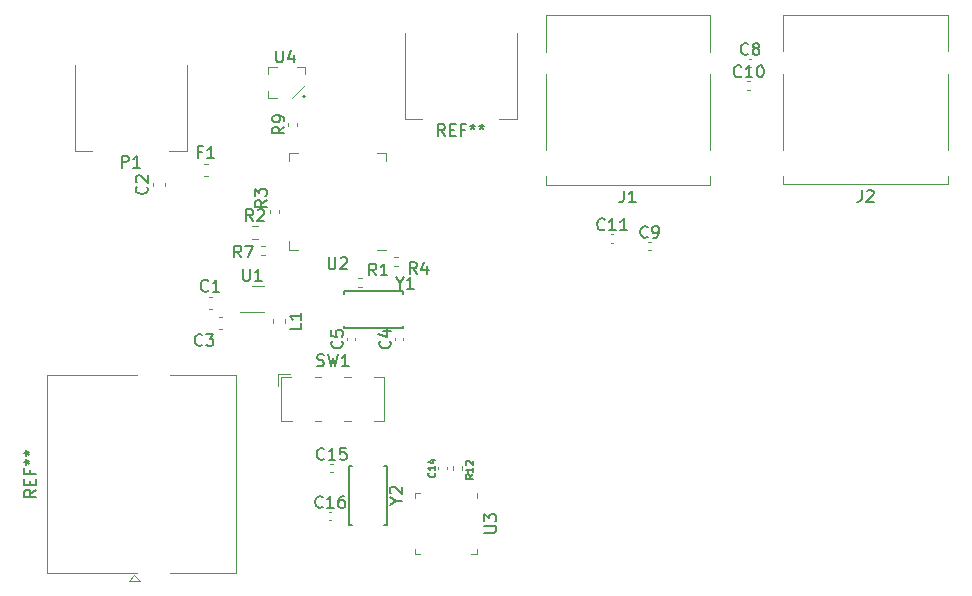
<source format=gto>
%TF.GenerationSoftware,KiCad,Pcbnew,(6.99.0-818-g79c7d55a40)*%
%TF.CreationDate,2022-02-15T05:40:37+08:00*%
%TF.ProjectId,Project,50726f6a-6563-4742-9e6b-696361645f70,rev?*%
%TF.SameCoordinates,Original*%
%TF.FileFunction,Legend,Top*%
%TF.FilePolarity,Positive*%
%FSLAX46Y46*%
G04 Gerber Fmt 4.6, Leading zero omitted, Abs format (unit mm)*
G04 Created by KiCad (PCBNEW (6.99.0-818-g79c7d55a40)) date 2022-02-15 05:40:37*
%MOMM*%
%LPD*%
G01*
G04 APERTURE LIST*
%ADD10C,0.150000*%
%ADD11C,0.120000*%
%ADD12C,0.200000*%
G04 APERTURE END LIST*
D10*
%TO.C,REF\u002A\u002A*%
X47561666Y-24211380D02*
X47228333Y-23735190D01*
X46990238Y-24211380D02*
X46990238Y-23211380D01*
X46990238Y-23211380D02*
X47371190Y-23211380D01*
X47371190Y-23211380D02*
X47466428Y-23259000D01*
X47466428Y-23259000D02*
X47514047Y-23306619D01*
X47514047Y-23306619D02*
X47561666Y-23401857D01*
X47561666Y-23401857D02*
X47561666Y-23544714D01*
X47561666Y-23544714D02*
X47514047Y-23639952D01*
X47514047Y-23639952D02*
X47466428Y-23687571D01*
X47466428Y-23687571D02*
X47371190Y-23735190D01*
X47371190Y-23735190D02*
X46990238Y-23735190D01*
X47990238Y-23687571D02*
X48323571Y-23687571D01*
X48466428Y-24211380D02*
X47990238Y-24211380D01*
X47990238Y-24211380D02*
X47990238Y-23211380D01*
X47990238Y-23211380D02*
X48466428Y-23211380D01*
X49228333Y-23687571D02*
X48895000Y-23687571D01*
X48895000Y-24211380D02*
X48895000Y-23211380D01*
X48895000Y-23211380D02*
X49371190Y-23211380D01*
X49895000Y-23211380D02*
X49895000Y-23449476D01*
X49656905Y-23354238D02*
X49895000Y-23449476D01*
X49895000Y-23449476D02*
X50133095Y-23354238D01*
X49752143Y-23639952D02*
X49895000Y-23449476D01*
X49895000Y-23449476D02*
X50037857Y-23639952D01*
X50656905Y-23211380D02*
X50656905Y-23449476D01*
X50418810Y-23354238D02*
X50656905Y-23449476D01*
X50656905Y-23449476D02*
X50895000Y-23354238D01*
X50514048Y-23639952D02*
X50656905Y-23449476D01*
X50656905Y-23449476D02*
X50799762Y-23639952D01*
%TO.C,C8*%
X73239333Y-17231142D02*
X73191714Y-17278761D01*
X73191714Y-17278761D02*
X73048857Y-17326380D01*
X73048857Y-17326380D02*
X72953619Y-17326380D01*
X72953619Y-17326380D02*
X72810762Y-17278761D01*
X72810762Y-17278761D02*
X72715524Y-17183523D01*
X72715524Y-17183523D02*
X72667905Y-17088285D01*
X72667905Y-17088285D02*
X72620286Y-16897809D01*
X72620286Y-16897809D02*
X72620286Y-16754952D01*
X72620286Y-16754952D02*
X72667905Y-16564476D01*
X72667905Y-16564476D02*
X72715524Y-16469238D01*
X72715524Y-16469238D02*
X72810762Y-16374000D01*
X72810762Y-16374000D02*
X72953619Y-16326380D01*
X72953619Y-16326380D02*
X73048857Y-16326380D01*
X73048857Y-16326380D02*
X73191714Y-16374000D01*
X73191714Y-16374000D02*
X73239333Y-16421619D01*
X73810762Y-16754952D02*
X73715524Y-16707333D01*
X73715524Y-16707333D02*
X73667905Y-16659714D01*
X73667905Y-16659714D02*
X73620286Y-16564476D01*
X73620286Y-16564476D02*
X73620286Y-16516857D01*
X73620286Y-16516857D02*
X73667905Y-16421619D01*
X73667905Y-16421619D02*
X73715524Y-16374000D01*
X73715524Y-16374000D02*
X73810762Y-16326380D01*
X73810762Y-16326380D02*
X74001238Y-16326380D01*
X74001238Y-16326380D02*
X74096476Y-16374000D01*
X74096476Y-16374000D02*
X74144095Y-16421619D01*
X74144095Y-16421619D02*
X74191714Y-16516857D01*
X74191714Y-16516857D02*
X74191714Y-16564476D01*
X74191714Y-16564476D02*
X74144095Y-16659714D01*
X74144095Y-16659714D02*
X74096476Y-16707333D01*
X74096476Y-16707333D02*
X74001238Y-16754952D01*
X74001238Y-16754952D02*
X73810762Y-16754952D01*
X73810762Y-16754952D02*
X73715524Y-16802571D01*
X73715524Y-16802571D02*
X73667905Y-16850190D01*
X73667905Y-16850190D02*
X73620286Y-16945428D01*
X73620286Y-16945428D02*
X73620286Y-17135904D01*
X73620286Y-17135904D02*
X73667905Y-17231142D01*
X73667905Y-17231142D02*
X73715524Y-17278761D01*
X73715524Y-17278761D02*
X73810762Y-17326380D01*
X73810762Y-17326380D02*
X74001238Y-17326380D01*
X74001238Y-17326380D02*
X74096476Y-17278761D01*
X74096476Y-17278761D02*
X74144095Y-17231142D01*
X74144095Y-17231142D02*
X74191714Y-17135904D01*
X74191714Y-17135904D02*
X74191714Y-16945428D01*
X74191714Y-16945428D02*
X74144095Y-16850190D01*
X74144095Y-16850190D02*
X74096476Y-16802571D01*
X74096476Y-16802571D02*
X74001238Y-16754952D01*
%TO.C,C10*%
X72636142Y-19136142D02*
X72588523Y-19183761D01*
X72588523Y-19183761D02*
X72445666Y-19231380D01*
X72445666Y-19231380D02*
X72350428Y-19231380D01*
X72350428Y-19231380D02*
X72207571Y-19183761D01*
X72207571Y-19183761D02*
X72112333Y-19088523D01*
X72112333Y-19088523D02*
X72064714Y-18993285D01*
X72064714Y-18993285D02*
X72017095Y-18802809D01*
X72017095Y-18802809D02*
X72017095Y-18659952D01*
X72017095Y-18659952D02*
X72064714Y-18469476D01*
X72064714Y-18469476D02*
X72112333Y-18374238D01*
X72112333Y-18374238D02*
X72207571Y-18279000D01*
X72207571Y-18279000D02*
X72350428Y-18231380D01*
X72350428Y-18231380D02*
X72445666Y-18231380D01*
X72445666Y-18231380D02*
X72588523Y-18279000D01*
X72588523Y-18279000D02*
X72636142Y-18326619D01*
X73588523Y-19231380D02*
X73017095Y-19231380D01*
X73302809Y-19231380D02*
X73302809Y-18231380D01*
X73302809Y-18231380D02*
X73207571Y-18374238D01*
X73207571Y-18374238D02*
X73112333Y-18469476D01*
X73112333Y-18469476D02*
X73017095Y-18517095D01*
X74207571Y-18231380D02*
X74302809Y-18231380D01*
X74302809Y-18231380D02*
X74398047Y-18279000D01*
X74398047Y-18279000D02*
X74445666Y-18326619D01*
X74445666Y-18326619D02*
X74493285Y-18421857D01*
X74493285Y-18421857D02*
X74540904Y-18612333D01*
X74540904Y-18612333D02*
X74540904Y-18850428D01*
X74540904Y-18850428D02*
X74493285Y-19040904D01*
X74493285Y-19040904D02*
X74445666Y-19136142D01*
X74445666Y-19136142D02*
X74398047Y-19183761D01*
X74398047Y-19183761D02*
X74302809Y-19231380D01*
X74302809Y-19231380D02*
X74207571Y-19231380D01*
X74207571Y-19231380D02*
X74112333Y-19183761D01*
X74112333Y-19183761D02*
X74064714Y-19136142D01*
X74064714Y-19136142D02*
X74017095Y-19040904D01*
X74017095Y-19040904D02*
X73969476Y-18850428D01*
X73969476Y-18850428D02*
X73969476Y-18612333D01*
X73969476Y-18612333D02*
X74017095Y-18421857D01*
X74017095Y-18421857D02*
X74064714Y-18326619D01*
X74064714Y-18326619D02*
X74112333Y-18279000D01*
X74112333Y-18279000D02*
X74207571Y-18231380D01*
%TO.C,U4*%
X33274095Y-16978380D02*
X33274095Y-17787904D01*
X33274095Y-17787904D02*
X33321714Y-17883142D01*
X33321714Y-17883142D02*
X33369333Y-17930761D01*
X33369333Y-17930761D02*
X33464571Y-17978380D01*
X33464571Y-17978380D02*
X33655047Y-17978380D01*
X33655047Y-17978380D02*
X33750285Y-17930761D01*
X33750285Y-17930761D02*
X33797904Y-17883142D01*
X33797904Y-17883142D02*
X33845523Y-17787904D01*
X33845523Y-17787904D02*
X33845523Y-16978380D01*
X34750285Y-17311714D02*
X34750285Y-17978380D01*
X34512190Y-16930761D02*
X34274095Y-17645047D01*
X34274095Y-17645047D02*
X34893142Y-17645047D01*
%TO.C,U2*%
X37719095Y-34470380D02*
X37719095Y-35279904D01*
X37719095Y-35279904D02*
X37766714Y-35375142D01*
X37766714Y-35375142D02*
X37814333Y-35422761D01*
X37814333Y-35422761D02*
X37909571Y-35470380D01*
X37909571Y-35470380D02*
X38100047Y-35470380D01*
X38100047Y-35470380D02*
X38195285Y-35422761D01*
X38195285Y-35422761D02*
X38242904Y-35375142D01*
X38242904Y-35375142D02*
X38290523Y-35279904D01*
X38290523Y-35279904D02*
X38290523Y-34470380D01*
X38719095Y-34565619D02*
X38766714Y-34518000D01*
X38766714Y-34518000D02*
X38861952Y-34470380D01*
X38861952Y-34470380D02*
X39100047Y-34470380D01*
X39100047Y-34470380D02*
X39195285Y-34518000D01*
X39195285Y-34518000D02*
X39242904Y-34565619D01*
X39242904Y-34565619D02*
X39290523Y-34660857D01*
X39290523Y-34660857D02*
X39290523Y-34756095D01*
X39290523Y-34756095D02*
X39242904Y-34898952D01*
X39242904Y-34898952D02*
X38671476Y-35470380D01*
X38671476Y-35470380D02*
X39290523Y-35470380D01*
%TO.C,C16*%
X37203142Y-55585142D02*
X37155523Y-55632761D01*
X37155523Y-55632761D02*
X37012666Y-55680380D01*
X37012666Y-55680380D02*
X36917428Y-55680380D01*
X36917428Y-55680380D02*
X36774571Y-55632761D01*
X36774571Y-55632761D02*
X36679333Y-55537523D01*
X36679333Y-55537523D02*
X36631714Y-55442285D01*
X36631714Y-55442285D02*
X36584095Y-55251809D01*
X36584095Y-55251809D02*
X36584095Y-55108952D01*
X36584095Y-55108952D02*
X36631714Y-54918476D01*
X36631714Y-54918476D02*
X36679333Y-54823238D01*
X36679333Y-54823238D02*
X36774571Y-54728000D01*
X36774571Y-54728000D02*
X36917428Y-54680380D01*
X36917428Y-54680380D02*
X37012666Y-54680380D01*
X37012666Y-54680380D02*
X37155523Y-54728000D01*
X37155523Y-54728000D02*
X37203142Y-54775619D01*
X38155523Y-55680380D02*
X37584095Y-55680380D01*
X37869809Y-55680380D02*
X37869809Y-54680380D01*
X37869809Y-54680380D02*
X37774571Y-54823238D01*
X37774571Y-54823238D02*
X37679333Y-54918476D01*
X37679333Y-54918476D02*
X37584095Y-54966095D01*
X39012666Y-54680380D02*
X38822190Y-54680380D01*
X38822190Y-54680380D02*
X38726952Y-54728000D01*
X38726952Y-54728000D02*
X38679333Y-54775619D01*
X38679333Y-54775619D02*
X38584095Y-54918476D01*
X38584095Y-54918476D02*
X38536476Y-55108952D01*
X38536476Y-55108952D02*
X38536476Y-55489904D01*
X38536476Y-55489904D02*
X38584095Y-55585142D01*
X38584095Y-55585142D02*
X38631714Y-55632761D01*
X38631714Y-55632761D02*
X38726952Y-55680380D01*
X38726952Y-55680380D02*
X38917428Y-55680380D01*
X38917428Y-55680380D02*
X39012666Y-55632761D01*
X39012666Y-55632761D02*
X39060285Y-55585142D01*
X39060285Y-55585142D02*
X39107904Y-55489904D01*
X39107904Y-55489904D02*
X39107904Y-55251809D01*
X39107904Y-55251809D02*
X39060285Y-55156571D01*
X39060285Y-55156571D02*
X39012666Y-55108952D01*
X39012666Y-55108952D02*
X38917428Y-55061333D01*
X38917428Y-55061333D02*
X38726952Y-55061333D01*
X38726952Y-55061333D02*
X38631714Y-55108952D01*
X38631714Y-55108952D02*
X38584095Y-55156571D01*
X38584095Y-55156571D02*
X38536476Y-55251809D01*
%TO.C,C15*%
X37330142Y-51521142D02*
X37282523Y-51568761D01*
X37282523Y-51568761D02*
X37139666Y-51616380D01*
X37139666Y-51616380D02*
X37044428Y-51616380D01*
X37044428Y-51616380D02*
X36901571Y-51568761D01*
X36901571Y-51568761D02*
X36806333Y-51473523D01*
X36806333Y-51473523D02*
X36758714Y-51378285D01*
X36758714Y-51378285D02*
X36711095Y-51187809D01*
X36711095Y-51187809D02*
X36711095Y-51044952D01*
X36711095Y-51044952D02*
X36758714Y-50854476D01*
X36758714Y-50854476D02*
X36806333Y-50759238D01*
X36806333Y-50759238D02*
X36901571Y-50664000D01*
X36901571Y-50664000D02*
X37044428Y-50616380D01*
X37044428Y-50616380D02*
X37139666Y-50616380D01*
X37139666Y-50616380D02*
X37282523Y-50664000D01*
X37282523Y-50664000D02*
X37330142Y-50711619D01*
X38282523Y-51616380D02*
X37711095Y-51616380D01*
X37996809Y-51616380D02*
X37996809Y-50616380D01*
X37996809Y-50616380D02*
X37901571Y-50759238D01*
X37901571Y-50759238D02*
X37806333Y-50854476D01*
X37806333Y-50854476D02*
X37711095Y-50902095D01*
X39187285Y-50616380D02*
X38711095Y-50616380D01*
X38711095Y-50616380D02*
X38663476Y-51092571D01*
X38663476Y-51092571D02*
X38711095Y-51044952D01*
X38711095Y-51044952D02*
X38806333Y-50997333D01*
X38806333Y-50997333D02*
X39044428Y-50997333D01*
X39044428Y-50997333D02*
X39139666Y-51044952D01*
X39139666Y-51044952D02*
X39187285Y-51092571D01*
X39187285Y-51092571D02*
X39234904Y-51187809D01*
X39234904Y-51187809D02*
X39234904Y-51425904D01*
X39234904Y-51425904D02*
X39187285Y-51521142D01*
X39187285Y-51521142D02*
X39139666Y-51568761D01*
X39139666Y-51568761D02*
X39044428Y-51616380D01*
X39044428Y-51616380D02*
X38806333Y-51616380D01*
X38806333Y-51616380D02*
X38711095Y-51568761D01*
X38711095Y-51568761D02*
X38663476Y-51521142D01*
%TO.C,Y2*%
X43410190Y-55086190D02*
X43886380Y-55086190D01*
X42886380Y-55419523D02*
X43410190Y-55086190D01*
X43410190Y-55086190D02*
X42886380Y-54752857D01*
X42981619Y-54467142D02*
X42934000Y-54419523D01*
X42934000Y-54419523D02*
X42886380Y-54324285D01*
X42886380Y-54324285D02*
X42886380Y-54086190D01*
X42886380Y-54086190D02*
X42934000Y-53990952D01*
X42934000Y-53990952D02*
X42981619Y-53943333D01*
X42981619Y-53943333D02*
X43076857Y-53895714D01*
X43076857Y-53895714D02*
X43172095Y-53895714D01*
X43172095Y-53895714D02*
X43314952Y-53943333D01*
X43314952Y-53943333D02*
X43886380Y-54514761D01*
X43886380Y-54514761D02*
X43886380Y-53895714D01*
%TO.C,C14*%
X46696285Y-52709714D02*
X46724857Y-52738286D01*
X46724857Y-52738286D02*
X46753428Y-52824000D01*
X46753428Y-52824000D02*
X46753428Y-52881143D01*
X46753428Y-52881143D02*
X46724857Y-52966857D01*
X46724857Y-52966857D02*
X46667714Y-53024000D01*
X46667714Y-53024000D02*
X46610571Y-53052571D01*
X46610571Y-53052571D02*
X46496285Y-53081143D01*
X46496285Y-53081143D02*
X46410571Y-53081143D01*
X46410571Y-53081143D02*
X46296285Y-53052571D01*
X46296285Y-53052571D02*
X46239142Y-53024000D01*
X46239142Y-53024000D02*
X46182000Y-52966857D01*
X46182000Y-52966857D02*
X46153428Y-52881143D01*
X46153428Y-52881143D02*
X46153428Y-52824000D01*
X46153428Y-52824000D02*
X46182000Y-52738286D01*
X46182000Y-52738286D02*
X46210571Y-52709714D01*
X46753428Y-52138286D02*
X46753428Y-52481143D01*
X46753428Y-52309714D02*
X46153428Y-52309714D01*
X46153428Y-52309714D02*
X46239142Y-52366857D01*
X46239142Y-52366857D02*
X46296285Y-52424000D01*
X46296285Y-52424000D02*
X46324857Y-52481143D01*
X46353428Y-51624000D02*
X46753428Y-51624000D01*
X46124857Y-51766857D02*
X46553428Y-51909714D01*
X46553428Y-51909714D02*
X46553428Y-51538285D01*
%TO.C,U3*%
X50897380Y-57784904D02*
X51706904Y-57784904D01*
X51706904Y-57784904D02*
X51802142Y-57737285D01*
X51802142Y-57737285D02*
X51849761Y-57689666D01*
X51849761Y-57689666D02*
X51897380Y-57594428D01*
X51897380Y-57594428D02*
X51897380Y-57403952D01*
X51897380Y-57403952D02*
X51849761Y-57308714D01*
X51849761Y-57308714D02*
X51802142Y-57261095D01*
X51802142Y-57261095D02*
X51706904Y-57213476D01*
X51706904Y-57213476D02*
X50897380Y-57213476D01*
X50897380Y-56832523D02*
X50897380Y-56213476D01*
X50897380Y-56213476D02*
X51278333Y-56546809D01*
X51278333Y-56546809D02*
X51278333Y-56403952D01*
X51278333Y-56403952D02*
X51325952Y-56308714D01*
X51325952Y-56308714D02*
X51373571Y-56261095D01*
X51373571Y-56261095D02*
X51468809Y-56213476D01*
X51468809Y-56213476D02*
X51706904Y-56213476D01*
X51706904Y-56213476D02*
X51802142Y-56261095D01*
X51802142Y-56261095D02*
X51849761Y-56308714D01*
X51849761Y-56308714D02*
X51897380Y-56403952D01*
X51897380Y-56403952D02*
X51897380Y-56689666D01*
X51897380Y-56689666D02*
X51849761Y-56784904D01*
X51849761Y-56784904D02*
X51802142Y-56832523D01*
%TO.C,R12*%
X49928428Y-52863355D02*
X49642714Y-53063355D01*
X49928428Y-53206212D02*
X49328428Y-53206212D01*
X49328428Y-53206212D02*
X49328428Y-52977641D01*
X49328428Y-52977641D02*
X49357000Y-52920498D01*
X49357000Y-52920498D02*
X49385571Y-52891927D01*
X49385571Y-52891927D02*
X49442714Y-52863355D01*
X49442714Y-52863355D02*
X49528428Y-52863355D01*
X49528428Y-52863355D02*
X49585571Y-52891927D01*
X49585571Y-52891927D02*
X49614142Y-52920498D01*
X49614142Y-52920498D02*
X49642714Y-52977641D01*
X49642714Y-52977641D02*
X49642714Y-53206212D01*
X49928428Y-52291927D02*
X49928428Y-52634784D01*
X49928428Y-52463355D02*
X49328428Y-52463355D01*
X49328428Y-52463355D02*
X49414142Y-52520498D01*
X49414142Y-52520498D02*
X49471285Y-52577641D01*
X49471285Y-52577641D02*
X49499857Y-52634784D01*
X49385571Y-52063355D02*
X49357000Y-52034783D01*
X49357000Y-52034783D02*
X49328428Y-51977641D01*
X49328428Y-51977641D02*
X49328428Y-51834783D01*
X49328428Y-51834783D02*
X49357000Y-51777641D01*
X49357000Y-51777641D02*
X49385571Y-51749069D01*
X49385571Y-51749069D02*
X49442714Y-51720498D01*
X49442714Y-51720498D02*
X49499857Y-51720498D01*
X49499857Y-51720498D02*
X49585571Y-51749069D01*
X49585571Y-51749069D02*
X49928428Y-52091926D01*
X49928428Y-52091926D02*
X49928428Y-51720498D01*
%TO.C,R9*%
X33953380Y-23407666D02*
X33477190Y-23740999D01*
X33953380Y-23979094D02*
X32953380Y-23979094D01*
X32953380Y-23979094D02*
X32953380Y-23598142D01*
X32953380Y-23598142D02*
X33001000Y-23502904D01*
X33001000Y-23502904D02*
X33048619Y-23455285D01*
X33048619Y-23455285D02*
X33143857Y-23407666D01*
X33143857Y-23407666D02*
X33286714Y-23407666D01*
X33286714Y-23407666D02*
X33381952Y-23455285D01*
X33381952Y-23455285D02*
X33429571Y-23502904D01*
X33429571Y-23502904D02*
X33477190Y-23598142D01*
X33477190Y-23598142D02*
X33477190Y-23979094D01*
X33953380Y-22931475D02*
X33953380Y-22740999D01*
X33953380Y-22740999D02*
X33905761Y-22645761D01*
X33905761Y-22645761D02*
X33858142Y-22598142D01*
X33858142Y-22598142D02*
X33715285Y-22502904D01*
X33715285Y-22502904D02*
X33524809Y-22455285D01*
X33524809Y-22455285D02*
X33143857Y-22455285D01*
X33143857Y-22455285D02*
X33048619Y-22502904D01*
X33048619Y-22502904D02*
X33001000Y-22550523D01*
X33001000Y-22550523D02*
X32953380Y-22645761D01*
X32953380Y-22645761D02*
X32953380Y-22836237D01*
X32953380Y-22836237D02*
X33001000Y-22931475D01*
X33001000Y-22931475D02*
X33048619Y-22979094D01*
X33048619Y-22979094D02*
X33143857Y-23026713D01*
X33143857Y-23026713D02*
X33381952Y-23026713D01*
X33381952Y-23026713D02*
X33477190Y-22979094D01*
X33477190Y-22979094D02*
X33524809Y-22931475D01*
X33524809Y-22931475D02*
X33572428Y-22836237D01*
X33572428Y-22836237D02*
X33572428Y-22645761D01*
X33572428Y-22645761D02*
X33524809Y-22550523D01*
X33524809Y-22550523D02*
X33477190Y-22502904D01*
X33477190Y-22502904D02*
X33381952Y-22455285D01*
%TO.C,C9*%
X64730333Y-32725142D02*
X64682714Y-32772761D01*
X64682714Y-32772761D02*
X64539857Y-32820380D01*
X64539857Y-32820380D02*
X64444619Y-32820380D01*
X64444619Y-32820380D02*
X64301762Y-32772761D01*
X64301762Y-32772761D02*
X64206524Y-32677523D01*
X64206524Y-32677523D02*
X64158905Y-32582285D01*
X64158905Y-32582285D02*
X64111286Y-32391809D01*
X64111286Y-32391809D02*
X64111286Y-32248952D01*
X64111286Y-32248952D02*
X64158905Y-32058476D01*
X64158905Y-32058476D02*
X64206524Y-31963238D01*
X64206524Y-31963238D02*
X64301762Y-31868000D01*
X64301762Y-31868000D02*
X64444619Y-31820380D01*
X64444619Y-31820380D02*
X64539857Y-31820380D01*
X64539857Y-31820380D02*
X64682714Y-31868000D01*
X64682714Y-31868000D02*
X64730333Y-31915619D01*
X65206524Y-32820380D02*
X65397000Y-32820380D01*
X65397000Y-32820380D02*
X65492238Y-32772761D01*
X65492238Y-32772761D02*
X65539857Y-32725142D01*
X65539857Y-32725142D02*
X65635095Y-32582285D01*
X65635095Y-32582285D02*
X65682714Y-32391809D01*
X65682714Y-32391809D02*
X65682714Y-32010857D01*
X65682714Y-32010857D02*
X65635095Y-31915619D01*
X65635095Y-31915619D02*
X65587476Y-31868000D01*
X65587476Y-31868000D02*
X65492238Y-31820380D01*
X65492238Y-31820380D02*
X65301762Y-31820380D01*
X65301762Y-31820380D02*
X65206524Y-31868000D01*
X65206524Y-31868000D02*
X65158905Y-31915619D01*
X65158905Y-31915619D02*
X65111286Y-32010857D01*
X65111286Y-32010857D02*
X65111286Y-32248952D01*
X65111286Y-32248952D02*
X65158905Y-32344190D01*
X65158905Y-32344190D02*
X65206524Y-32391809D01*
X65206524Y-32391809D02*
X65301762Y-32439428D01*
X65301762Y-32439428D02*
X65492238Y-32439428D01*
X65492238Y-32439428D02*
X65587476Y-32391809D01*
X65587476Y-32391809D02*
X65635095Y-32344190D01*
X65635095Y-32344190D02*
X65682714Y-32248952D01*
%TO.C,C11*%
X61079142Y-32090142D02*
X61031523Y-32137761D01*
X61031523Y-32137761D02*
X60888666Y-32185380D01*
X60888666Y-32185380D02*
X60793428Y-32185380D01*
X60793428Y-32185380D02*
X60650571Y-32137761D01*
X60650571Y-32137761D02*
X60555333Y-32042523D01*
X60555333Y-32042523D02*
X60507714Y-31947285D01*
X60507714Y-31947285D02*
X60460095Y-31756809D01*
X60460095Y-31756809D02*
X60460095Y-31613952D01*
X60460095Y-31613952D02*
X60507714Y-31423476D01*
X60507714Y-31423476D02*
X60555333Y-31328238D01*
X60555333Y-31328238D02*
X60650571Y-31233000D01*
X60650571Y-31233000D02*
X60793428Y-31185380D01*
X60793428Y-31185380D02*
X60888666Y-31185380D01*
X60888666Y-31185380D02*
X61031523Y-31233000D01*
X61031523Y-31233000D02*
X61079142Y-31280619D01*
X62031523Y-32185380D02*
X61460095Y-32185380D01*
X61745809Y-32185380D02*
X61745809Y-31185380D01*
X61745809Y-31185380D02*
X61650571Y-31328238D01*
X61650571Y-31328238D02*
X61555333Y-31423476D01*
X61555333Y-31423476D02*
X61460095Y-31471095D01*
X62983904Y-32185380D02*
X62412476Y-32185380D01*
X62698190Y-32185380D02*
X62698190Y-31185380D01*
X62698190Y-31185380D02*
X62602952Y-31328238D01*
X62602952Y-31328238D02*
X62507714Y-31423476D01*
X62507714Y-31423476D02*
X62412476Y-31471095D01*
%TO.C,R7*%
X30313333Y-34488380D02*
X29980000Y-34012190D01*
X29741905Y-34488380D02*
X29741905Y-33488380D01*
X29741905Y-33488380D02*
X30122857Y-33488380D01*
X30122857Y-33488380D02*
X30218095Y-33536000D01*
X30218095Y-33536000D02*
X30265714Y-33583619D01*
X30265714Y-33583619D02*
X30313333Y-33678857D01*
X30313333Y-33678857D02*
X30313333Y-33821714D01*
X30313333Y-33821714D02*
X30265714Y-33916952D01*
X30265714Y-33916952D02*
X30218095Y-33964571D01*
X30218095Y-33964571D02*
X30122857Y-34012190D01*
X30122857Y-34012190D02*
X29741905Y-34012190D01*
X30646667Y-33488380D02*
X31313333Y-33488380D01*
X31313333Y-33488380D02*
X30884762Y-34488380D01*
%TO.C,R4*%
X45172333Y-35885380D02*
X44839000Y-35409190D01*
X44600905Y-35885380D02*
X44600905Y-34885380D01*
X44600905Y-34885380D02*
X44981857Y-34885380D01*
X44981857Y-34885380D02*
X45077095Y-34933000D01*
X45077095Y-34933000D02*
X45124714Y-34980619D01*
X45124714Y-34980619D02*
X45172333Y-35075857D01*
X45172333Y-35075857D02*
X45172333Y-35218714D01*
X45172333Y-35218714D02*
X45124714Y-35313952D01*
X45124714Y-35313952D02*
X45077095Y-35361571D01*
X45077095Y-35361571D02*
X44981857Y-35409190D01*
X44981857Y-35409190D02*
X44600905Y-35409190D01*
X46029476Y-35218714D02*
X46029476Y-35885380D01*
X45791381Y-34837761D02*
X45553286Y-35552047D01*
X45553286Y-35552047D02*
X46172333Y-35552047D01*
%TO.C,C4*%
X42885142Y-41568666D02*
X42932761Y-41616285D01*
X42932761Y-41616285D02*
X42980380Y-41759142D01*
X42980380Y-41759142D02*
X42980380Y-41854380D01*
X42980380Y-41854380D02*
X42932761Y-41997237D01*
X42932761Y-41997237D02*
X42837523Y-42092475D01*
X42837523Y-42092475D02*
X42742285Y-42140094D01*
X42742285Y-42140094D02*
X42551809Y-42187713D01*
X42551809Y-42187713D02*
X42408952Y-42187713D01*
X42408952Y-42187713D02*
X42218476Y-42140094D01*
X42218476Y-42140094D02*
X42123238Y-42092475D01*
X42123238Y-42092475D02*
X42028000Y-41997237D01*
X42028000Y-41997237D02*
X41980380Y-41854380D01*
X41980380Y-41854380D02*
X41980380Y-41759142D01*
X41980380Y-41759142D02*
X42028000Y-41616285D01*
X42028000Y-41616285D02*
X42075619Y-41568666D01*
X42313714Y-40711523D02*
X42980380Y-40711523D01*
X41932761Y-40949618D02*
X42647047Y-41187713D01*
X42647047Y-41187713D02*
X42647047Y-40568666D01*
%TO.C,C5*%
X38821142Y-41568666D02*
X38868761Y-41616285D01*
X38868761Y-41616285D02*
X38916380Y-41759142D01*
X38916380Y-41759142D02*
X38916380Y-41854380D01*
X38916380Y-41854380D02*
X38868761Y-41997237D01*
X38868761Y-41997237D02*
X38773523Y-42092475D01*
X38773523Y-42092475D02*
X38678285Y-42140094D01*
X38678285Y-42140094D02*
X38487809Y-42187713D01*
X38487809Y-42187713D02*
X38344952Y-42187713D01*
X38344952Y-42187713D02*
X38154476Y-42140094D01*
X38154476Y-42140094D02*
X38059238Y-42092475D01*
X38059238Y-42092475D02*
X37964000Y-41997237D01*
X37964000Y-41997237D02*
X37916380Y-41854380D01*
X37916380Y-41854380D02*
X37916380Y-41759142D01*
X37916380Y-41759142D02*
X37964000Y-41616285D01*
X37964000Y-41616285D02*
X38011619Y-41568666D01*
X37916380Y-40663904D02*
X37916380Y-41140094D01*
X37916380Y-41140094D02*
X38392571Y-41187713D01*
X38392571Y-41187713D02*
X38344952Y-41140094D01*
X38344952Y-41140094D02*
X38297333Y-41044856D01*
X38297333Y-41044856D02*
X38297333Y-40806761D01*
X38297333Y-40806761D02*
X38344952Y-40711523D01*
X38344952Y-40711523D02*
X38392571Y-40663904D01*
X38392571Y-40663904D02*
X38487809Y-40616285D01*
X38487809Y-40616285D02*
X38725904Y-40616285D01*
X38725904Y-40616285D02*
X38821142Y-40663904D01*
X38821142Y-40663904D02*
X38868761Y-40711523D01*
X38868761Y-40711523D02*
X38916380Y-40806761D01*
X38916380Y-40806761D02*
X38916380Y-41044856D01*
X38916380Y-41044856D02*
X38868761Y-41140094D01*
X38868761Y-41140094D02*
X38821142Y-41187713D01*
%TO.C,R1*%
X41743333Y-36012380D02*
X41410000Y-35536190D01*
X41171905Y-36012380D02*
X41171905Y-35012380D01*
X41171905Y-35012380D02*
X41552857Y-35012380D01*
X41552857Y-35012380D02*
X41648095Y-35060000D01*
X41648095Y-35060000D02*
X41695714Y-35107619D01*
X41695714Y-35107619D02*
X41743333Y-35202857D01*
X41743333Y-35202857D02*
X41743333Y-35345714D01*
X41743333Y-35345714D02*
X41695714Y-35440952D01*
X41695714Y-35440952D02*
X41648095Y-35488571D01*
X41648095Y-35488571D02*
X41552857Y-35536190D01*
X41552857Y-35536190D02*
X41171905Y-35536190D01*
X42695714Y-36012380D02*
X42124286Y-36012380D01*
X42410000Y-36012380D02*
X42410000Y-35012380D01*
X42410000Y-35012380D02*
X42314762Y-35155238D01*
X42314762Y-35155238D02*
X42219524Y-35250476D01*
X42219524Y-35250476D02*
X42124286Y-35298095D01*
%TO.C,Y1*%
X43719809Y-36667690D02*
X43719809Y-37143880D01*
X43386476Y-36143880D02*
X43719809Y-36667690D01*
X43719809Y-36667690D02*
X44053142Y-36143880D01*
X44910285Y-37143880D02*
X44338857Y-37143880D01*
X44624571Y-37143880D02*
X44624571Y-36143880D01*
X44624571Y-36143880D02*
X44529333Y-36286738D01*
X44529333Y-36286738D02*
X44434095Y-36381976D01*
X44434095Y-36381976D02*
X44338857Y-36429595D01*
%TO.C,C3*%
X27011333Y-41886142D02*
X26963714Y-41933761D01*
X26963714Y-41933761D02*
X26820857Y-41981380D01*
X26820857Y-41981380D02*
X26725619Y-41981380D01*
X26725619Y-41981380D02*
X26582762Y-41933761D01*
X26582762Y-41933761D02*
X26487524Y-41838523D01*
X26487524Y-41838523D02*
X26439905Y-41743285D01*
X26439905Y-41743285D02*
X26392286Y-41552809D01*
X26392286Y-41552809D02*
X26392286Y-41409952D01*
X26392286Y-41409952D02*
X26439905Y-41219476D01*
X26439905Y-41219476D02*
X26487524Y-41124238D01*
X26487524Y-41124238D02*
X26582762Y-41029000D01*
X26582762Y-41029000D02*
X26725619Y-40981380D01*
X26725619Y-40981380D02*
X26820857Y-40981380D01*
X26820857Y-40981380D02*
X26963714Y-41029000D01*
X26963714Y-41029000D02*
X27011333Y-41076619D01*
X27344667Y-40981380D02*
X27963714Y-40981380D01*
X27963714Y-40981380D02*
X27630381Y-41362333D01*
X27630381Y-41362333D02*
X27773238Y-41362333D01*
X27773238Y-41362333D02*
X27868476Y-41409952D01*
X27868476Y-41409952D02*
X27916095Y-41457571D01*
X27916095Y-41457571D02*
X27963714Y-41552809D01*
X27963714Y-41552809D02*
X27963714Y-41790904D01*
X27963714Y-41790904D02*
X27916095Y-41886142D01*
X27916095Y-41886142D02*
X27868476Y-41933761D01*
X27868476Y-41933761D02*
X27773238Y-41981380D01*
X27773238Y-41981380D02*
X27487524Y-41981380D01*
X27487524Y-41981380D02*
X27392286Y-41933761D01*
X27392286Y-41933761D02*
X27344667Y-41886142D01*
%TO.C,L1*%
X35410380Y-40044666D02*
X35410380Y-40520856D01*
X35410380Y-40520856D02*
X34410380Y-40520856D01*
X35410380Y-39187523D02*
X35410380Y-39758951D01*
X35410380Y-39473237D02*
X34410380Y-39473237D01*
X34410380Y-39473237D02*
X34553238Y-39568475D01*
X34553238Y-39568475D02*
X34648476Y-39663713D01*
X34648476Y-39663713D02*
X34696095Y-39758951D01*
%TO.C,C1*%
X27519333Y-37281142D02*
X27471714Y-37328761D01*
X27471714Y-37328761D02*
X27328857Y-37376380D01*
X27328857Y-37376380D02*
X27233619Y-37376380D01*
X27233619Y-37376380D02*
X27090762Y-37328761D01*
X27090762Y-37328761D02*
X26995524Y-37233523D01*
X26995524Y-37233523D02*
X26947905Y-37138285D01*
X26947905Y-37138285D02*
X26900286Y-36947809D01*
X26900286Y-36947809D02*
X26900286Y-36804952D01*
X26900286Y-36804952D02*
X26947905Y-36614476D01*
X26947905Y-36614476D02*
X26995524Y-36519238D01*
X26995524Y-36519238D02*
X27090762Y-36424000D01*
X27090762Y-36424000D02*
X27233619Y-36376380D01*
X27233619Y-36376380D02*
X27328857Y-36376380D01*
X27328857Y-36376380D02*
X27471714Y-36424000D01*
X27471714Y-36424000D02*
X27519333Y-36471619D01*
X28471714Y-37376380D02*
X27900286Y-37376380D01*
X28186000Y-37376380D02*
X28186000Y-36376380D01*
X28186000Y-36376380D02*
X28090762Y-36519238D01*
X28090762Y-36519238D02*
X27995524Y-36614476D01*
X27995524Y-36614476D02*
X27900286Y-36662095D01*
%TO.C,U1*%
X30480095Y-35475380D02*
X30480095Y-36284904D01*
X30480095Y-36284904D02*
X30527714Y-36380142D01*
X30527714Y-36380142D02*
X30575333Y-36427761D01*
X30575333Y-36427761D02*
X30670571Y-36475380D01*
X30670571Y-36475380D02*
X30861047Y-36475380D01*
X30861047Y-36475380D02*
X30956285Y-36427761D01*
X30956285Y-36427761D02*
X31003904Y-36380142D01*
X31003904Y-36380142D02*
X31051523Y-36284904D01*
X31051523Y-36284904D02*
X31051523Y-35475380D01*
X32051523Y-36475380D02*
X31480095Y-36475380D01*
X31765809Y-36475380D02*
X31765809Y-35475380D01*
X31765809Y-35475380D02*
X31670571Y-35618238D01*
X31670571Y-35618238D02*
X31575333Y-35713476D01*
X31575333Y-35713476D02*
X31480095Y-35761095D01*
%TO.C,SW1*%
X36732167Y-43636761D02*
X36875024Y-43684380D01*
X36875024Y-43684380D02*
X37113119Y-43684380D01*
X37113119Y-43684380D02*
X37208357Y-43636761D01*
X37208357Y-43636761D02*
X37255976Y-43589142D01*
X37255976Y-43589142D02*
X37303595Y-43493904D01*
X37303595Y-43493904D02*
X37303595Y-43398666D01*
X37303595Y-43398666D02*
X37255976Y-43303428D01*
X37255976Y-43303428D02*
X37208357Y-43255809D01*
X37208357Y-43255809D02*
X37113119Y-43208190D01*
X37113119Y-43208190D02*
X36922643Y-43160571D01*
X36922643Y-43160571D02*
X36827405Y-43112952D01*
X36827405Y-43112952D02*
X36779786Y-43065333D01*
X36779786Y-43065333D02*
X36732167Y-42970095D01*
X36732167Y-42970095D02*
X36732167Y-42874857D01*
X36732167Y-42874857D02*
X36779786Y-42779619D01*
X36779786Y-42779619D02*
X36827405Y-42732000D01*
X36827405Y-42732000D02*
X36922643Y-42684380D01*
X36922643Y-42684380D02*
X37160738Y-42684380D01*
X37160738Y-42684380D02*
X37303595Y-42732000D01*
X37636929Y-42684380D02*
X37875024Y-43684380D01*
X37875024Y-43684380D02*
X38065500Y-42970095D01*
X38065500Y-42970095D02*
X38255976Y-43684380D01*
X38255976Y-43684380D02*
X38494072Y-42684380D01*
X39398833Y-43684380D02*
X38827405Y-43684380D01*
X39113119Y-43684380D02*
X39113119Y-42684380D01*
X39113119Y-42684380D02*
X39017881Y-42827238D01*
X39017881Y-42827238D02*
X38922643Y-42922476D01*
X38922643Y-42922476D02*
X38827405Y-42970095D01*
%TO.C,R3*%
X32456380Y-29630666D02*
X31980190Y-29963999D01*
X32456380Y-30202094D02*
X31456380Y-30202094D01*
X31456380Y-30202094D02*
X31456380Y-29821142D01*
X31456380Y-29821142D02*
X31504000Y-29725904D01*
X31504000Y-29725904D02*
X31551619Y-29678285D01*
X31551619Y-29678285D02*
X31646857Y-29630666D01*
X31646857Y-29630666D02*
X31789714Y-29630666D01*
X31789714Y-29630666D02*
X31884952Y-29678285D01*
X31884952Y-29678285D02*
X31932571Y-29725904D01*
X31932571Y-29725904D02*
X31980190Y-29821142D01*
X31980190Y-29821142D02*
X31980190Y-30202094D01*
X31456380Y-29297332D02*
X31456380Y-28678285D01*
X31456380Y-28678285D02*
X31837333Y-29011618D01*
X31837333Y-29011618D02*
X31837333Y-28868761D01*
X31837333Y-28868761D02*
X31884952Y-28773523D01*
X31884952Y-28773523D02*
X31932571Y-28725904D01*
X31932571Y-28725904D02*
X32027809Y-28678285D01*
X32027809Y-28678285D02*
X32265904Y-28678285D01*
X32265904Y-28678285D02*
X32361142Y-28725904D01*
X32361142Y-28725904D02*
X32408761Y-28773523D01*
X32408761Y-28773523D02*
X32456380Y-28868761D01*
X32456380Y-28868761D02*
X32456380Y-29154475D01*
X32456380Y-29154475D02*
X32408761Y-29249713D01*
X32408761Y-29249713D02*
X32361142Y-29297332D01*
%TO.C,R2*%
X31329333Y-31407380D02*
X30996000Y-30931190D01*
X30757905Y-31407380D02*
X30757905Y-30407380D01*
X30757905Y-30407380D02*
X31138857Y-30407380D01*
X31138857Y-30407380D02*
X31234095Y-30455000D01*
X31234095Y-30455000D02*
X31281714Y-30502619D01*
X31281714Y-30502619D02*
X31329333Y-30597857D01*
X31329333Y-30597857D02*
X31329333Y-30740714D01*
X31329333Y-30740714D02*
X31281714Y-30835952D01*
X31281714Y-30835952D02*
X31234095Y-30883571D01*
X31234095Y-30883571D02*
X31138857Y-30931190D01*
X31138857Y-30931190D02*
X30757905Y-30931190D01*
X31710286Y-30502619D02*
X31757905Y-30455000D01*
X31757905Y-30455000D02*
X31853143Y-30407380D01*
X31853143Y-30407380D02*
X32091238Y-30407380D01*
X32091238Y-30407380D02*
X32186476Y-30455000D01*
X32186476Y-30455000D02*
X32234095Y-30502619D01*
X32234095Y-30502619D02*
X32281714Y-30597857D01*
X32281714Y-30597857D02*
X32281714Y-30693095D01*
X32281714Y-30693095D02*
X32234095Y-30835952D01*
X32234095Y-30835952D02*
X31662667Y-31407380D01*
X31662667Y-31407380D02*
X32281714Y-31407380D01*
%TO.C,F1*%
X26971666Y-25549571D02*
X26638333Y-25549571D01*
X26638333Y-26073380D02*
X26638333Y-25073380D01*
X26638333Y-25073380D02*
X27114523Y-25073380D01*
X28019285Y-26073380D02*
X27447857Y-26073380D01*
X27733571Y-26073380D02*
X27733571Y-25073380D01*
X27733571Y-25073380D02*
X27638333Y-25216238D01*
X27638333Y-25216238D02*
X27543095Y-25311476D01*
X27543095Y-25311476D02*
X27447857Y-25359095D01*
%TO.C,C2*%
X22295142Y-28487666D02*
X22342761Y-28535285D01*
X22342761Y-28535285D02*
X22390380Y-28678142D01*
X22390380Y-28678142D02*
X22390380Y-28773380D01*
X22390380Y-28773380D02*
X22342761Y-28916237D01*
X22342761Y-28916237D02*
X22247523Y-29011475D01*
X22247523Y-29011475D02*
X22152285Y-29059094D01*
X22152285Y-29059094D02*
X21961809Y-29106713D01*
X21961809Y-29106713D02*
X21818952Y-29106713D01*
X21818952Y-29106713D02*
X21628476Y-29059094D01*
X21628476Y-29059094D02*
X21533238Y-29011475D01*
X21533238Y-29011475D02*
X21438000Y-28916237D01*
X21438000Y-28916237D02*
X21390380Y-28773380D01*
X21390380Y-28773380D02*
X21390380Y-28678142D01*
X21390380Y-28678142D02*
X21438000Y-28535285D01*
X21438000Y-28535285D02*
X21485619Y-28487666D01*
X21485619Y-28106713D02*
X21438000Y-28059094D01*
X21438000Y-28059094D02*
X21390380Y-27963856D01*
X21390380Y-27963856D02*
X21390380Y-27725761D01*
X21390380Y-27725761D02*
X21438000Y-27630523D01*
X21438000Y-27630523D02*
X21485619Y-27582904D01*
X21485619Y-27582904D02*
X21580857Y-27535285D01*
X21580857Y-27535285D02*
X21676095Y-27535285D01*
X21676095Y-27535285D02*
X21818952Y-27582904D01*
X21818952Y-27582904D02*
X22390380Y-28154332D01*
X22390380Y-28154332D02*
X22390380Y-27535285D01*
%TO.C,J2*%
X82851666Y-28784380D02*
X82851666Y-29498666D01*
X82851666Y-29498666D02*
X82804047Y-29641523D01*
X82804047Y-29641523D02*
X82708809Y-29736761D01*
X82708809Y-29736761D02*
X82565952Y-29784380D01*
X82565952Y-29784380D02*
X82470714Y-29784380D01*
X83280238Y-28879619D02*
X83327857Y-28832000D01*
X83327857Y-28832000D02*
X83423095Y-28784380D01*
X83423095Y-28784380D02*
X83661190Y-28784380D01*
X83661190Y-28784380D02*
X83756428Y-28832000D01*
X83756428Y-28832000D02*
X83804047Y-28879619D01*
X83804047Y-28879619D02*
X83851666Y-28974857D01*
X83851666Y-28974857D02*
X83851666Y-29070095D01*
X83851666Y-29070095D02*
X83804047Y-29212952D01*
X83804047Y-29212952D02*
X83232619Y-29784380D01*
X83232619Y-29784380D02*
X83851666Y-29784380D01*
%TO.C,J1*%
X62714666Y-28833380D02*
X62714666Y-29547666D01*
X62714666Y-29547666D02*
X62667047Y-29690523D01*
X62667047Y-29690523D02*
X62571809Y-29785761D01*
X62571809Y-29785761D02*
X62428952Y-29833380D01*
X62428952Y-29833380D02*
X62333714Y-29833380D01*
X63714666Y-29833380D02*
X63143238Y-29833380D01*
X63428952Y-29833380D02*
X63428952Y-28833380D01*
X63428952Y-28833380D02*
X63333714Y-28976238D01*
X63333714Y-28976238D02*
X63238476Y-29071476D01*
X63238476Y-29071476D02*
X63143238Y-29119095D01*
%TO.C,REF\u002A\u002A*%
X12923380Y-54161333D02*
X12447190Y-54494666D01*
X12923380Y-54732761D02*
X11923380Y-54732761D01*
X11923380Y-54732761D02*
X11923380Y-54351809D01*
X11923380Y-54351809D02*
X11971000Y-54256571D01*
X11971000Y-54256571D02*
X12018619Y-54208952D01*
X12018619Y-54208952D02*
X12113857Y-54161333D01*
X12113857Y-54161333D02*
X12256714Y-54161333D01*
X12256714Y-54161333D02*
X12351952Y-54208952D01*
X12351952Y-54208952D02*
X12399571Y-54256571D01*
X12399571Y-54256571D02*
X12447190Y-54351809D01*
X12447190Y-54351809D02*
X12447190Y-54732761D01*
X12399571Y-53732761D02*
X12399571Y-53399428D01*
X12923380Y-53256571D02*
X12923380Y-53732761D01*
X12923380Y-53732761D02*
X11923380Y-53732761D01*
X11923380Y-53732761D02*
X11923380Y-53256571D01*
X12399571Y-52494666D02*
X12399571Y-52827999D01*
X12923380Y-52827999D02*
X11923380Y-52827999D01*
X11923380Y-52827999D02*
X11923380Y-52351809D01*
X11923380Y-51827999D02*
X12161476Y-51827999D01*
X12066238Y-52066094D02*
X12161476Y-51827999D01*
X12161476Y-51827999D02*
X12066238Y-51589904D01*
X12351952Y-51970856D02*
X12161476Y-51827999D01*
X12161476Y-51827999D02*
X12351952Y-51685142D01*
X11923380Y-51066094D02*
X12161476Y-51066094D01*
X12066238Y-51304189D02*
X12161476Y-51066094D01*
X12161476Y-51066094D02*
X12066238Y-50827999D01*
X12351952Y-51208951D02*
X12161476Y-51066094D01*
X12161476Y-51066094D02*
X12351952Y-50923237D01*
%TO.C,P1*%
X20216905Y-26878380D02*
X20216905Y-25878380D01*
X20216905Y-25878380D02*
X20597857Y-25878380D01*
X20597857Y-25878380D02*
X20693095Y-25926000D01*
X20693095Y-25926000D02*
X20740714Y-25973619D01*
X20740714Y-25973619D02*
X20788333Y-26068857D01*
X20788333Y-26068857D02*
X20788333Y-26211714D01*
X20788333Y-26211714D02*
X20740714Y-26306952D01*
X20740714Y-26306952D02*
X20693095Y-26354571D01*
X20693095Y-26354571D02*
X20597857Y-26402190D01*
X20597857Y-26402190D02*
X20216905Y-26402190D01*
X21740714Y-26878380D02*
X21169286Y-26878380D01*
X21455000Y-26878380D02*
X21455000Y-25878380D01*
X21455000Y-25878380D02*
X21359762Y-26021238D01*
X21359762Y-26021238D02*
X21264524Y-26116476D01*
X21264524Y-26116476D02*
X21169286Y-26164095D01*
D11*
%TO.C,REF\u002A\u002A*%
X45645000Y-22769000D02*
X44145000Y-22769000D01*
X53645000Y-22769000D02*
X53645000Y-15509000D01*
X53645000Y-22769000D02*
X52145000Y-22769000D01*
X44145000Y-22769000D02*
X44145000Y-15509000D01*
%TO.C,C8*%
X73298164Y-18394000D02*
X73513836Y-18394000D01*
X73298164Y-17674000D02*
X73513836Y-17674000D01*
%TO.C,C10*%
X73171164Y-20299000D02*
X73386836Y-20299000D01*
X73171164Y-19579000D02*
X73386836Y-19579000D01*
%TO.C,U4*%
X35733000Y-18390000D02*
X35733000Y-18977500D01*
X35008000Y-18390000D02*
X35733000Y-18390000D01*
X34613000Y-20980000D02*
X35733000Y-19860000D01*
X33318000Y-20980000D02*
X32593000Y-20980000D01*
X33318000Y-20980000D02*
X32593000Y-20980000D01*
X33318000Y-20980000D02*
X32593000Y-20980000D01*
X33318000Y-18390000D02*
X32593000Y-18390000D01*
X32593000Y-20980000D02*
X32593000Y-20392500D01*
X32593000Y-20980000D02*
X32593000Y-20392500D01*
X32593000Y-20980000D02*
X32593000Y-20392500D01*
X32593000Y-18390000D02*
X32593000Y-18977500D01*
D12*
X35713000Y-20860000D02*
G75*
G03*
X35713000Y-20860000I-100000J0D01*
G01*
D11*
%TO.C,U2*%
X34371000Y-33828000D02*
X34371000Y-33078000D01*
X35121000Y-33828000D02*
X34371000Y-33828000D01*
X41841000Y-33828000D02*
X42591000Y-33828000D01*
X34371000Y-25608000D02*
X34371000Y-26358000D01*
X35121000Y-25608000D02*
X34371000Y-25608000D01*
X42591000Y-25608000D02*
X42591000Y-26358000D01*
X41841000Y-25608000D02*
X42591000Y-25608000D01*
%TO.C,C16*%
X37738164Y-56028000D02*
X37953836Y-56028000D01*
X37738164Y-56748000D02*
X37953836Y-56748000D01*
%TO.C,C15*%
X37865164Y-52684000D02*
X38080836Y-52684000D01*
X37865164Y-51964000D02*
X38080836Y-51964000D01*
D10*
%TO.C,Y2*%
X39472000Y-57110000D02*
X39722000Y-57110000D01*
X39472000Y-57110000D02*
X39472000Y-52110000D01*
X42672000Y-57110000D02*
X42422000Y-57110000D01*
X39472000Y-52110000D02*
X39722000Y-52110000D01*
X42672000Y-52110000D02*
X42672000Y-57110000D01*
X42672000Y-52110000D02*
X42422000Y-52110000D01*
D11*
%TO.C,C14*%
X47731000Y-52431836D02*
X47731000Y-52216164D01*
X47011000Y-52431836D02*
X47011000Y-52216164D01*
%TO.C,U3*%
X50235000Y-59633000D02*
X49760000Y-59633000D01*
X45015000Y-54413000D02*
X45490000Y-54413000D01*
X45015000Y-59158000D02*
X45015000Y-59633000D01*
X50235000Y-59158000D02*
X50235000Y-59633000D01*
X45015000Y-59633000D02*
X45490000Y-59633000D01*
X45015000Y-54888000D02*
X45015000Y-54413000D01*
X50235000Y-54888000D02*
X50235000Y-54413000D01*
%TO.C,R12*%
X48261000Y-52477641D02*
X48261000Y-52170359D01*
X49021000Y-52477641D02*
X49021000Y-52170359D01*
%TO.C,R9*%
X34291000Y-23394641D02*
X34291000Y-23087359D01*
X35051000Y-23394641D02*
X35051000Y-23087359D01*
%TO.C,C9*%
X64789164Y-33168000D02*
X65004836Y-33168000D01*
X64789164Y-33888000D02*
X65004836Y-33888000D01*
%TO.C,C11*%
X61614164Y-33253000D02*
X61829836Y-33253000D01*
X61614164Y-32533000D02*
X61829836Y-32533000D01*
%TO.C,R7*%
X31977359Y-33529000D02*
X32284641Y-33529000D01*
X31977359Y-34289000D02*
X32284641Y-34289000D01*
%TO.C,R4*%
X43280359Y-34418000D02*
X43587641Y-34418000D01*
X43280359Y-35178000D02*
X43587641Y-35178000D01*
%TO.C,C4*%
X44048000Y-41509836D02*
X44048000Y-41294164D01*
X43328000Y-41509836D02*
X43328000Y-41294164D01*
%TO.C,C5*%
X39984000Y-41509836D02*
X39984000Y-41294164D01*
X39264000Y-41509836D02*
X39264000Y-41294164D01*
%TO.C,R1*%
X40232359Y-36196000D02*
X40539641Y-36196000D01*
X40232359Y-36956000D02*
X40539641Y-36956000D01*
D10*
%TO.C,Y1*%
X39029000Y-37301500D02*
X39029000Y-37551500D01*
X39029000Y-37301500D02*
X44029000Y-37301500D01*
X39029000Y-40501500D02*
X39029000Y-40251500D01*
X44029000Y-37301500D02*
X44029000Y-37551500D01*
X44029000Y-40501500D02*
X39029000Y-40501500D01*
X44029000Y-40501500D02*
X44029000Y-40251500D01*
D11*
%TO.C,C3*%
X28434420Y-40515000D02*
X28715580Y-40515000D01*
X28434420Y-39495000D02*
X28715580Y-39495000D01*
%TO.C,L1*%
X33018000Y-39715221D02*
X33018000Y-40040779D01*
X34038000Y-39715221D02*
X34038000Y-40040779D01*
%TO.C,C1*%
X27545420Y-38864000D02*
X27826580Y-38864000D01*
X27545420Y-37844000D02*
X27826580Y-37844000D01*
%TO.C,U1*%
X31242000Y-36863000D02*
X32242000Y-36863000D01*
X30242000Y-39083000D02*
X32242000Y-39083000D01*
%TO.C,SW1*%
X39035500Y-44632000D02*
X39595500Y-44632000D01*
X33715500Y-48332000D02*
X33715500Y-44632000D01*
X37095500Y-48332000D02*
X36535500Y-48332000D01*
X34595500Y-48332000D02*
X33715500Y-48332000D01*
X33415500Y-45332000D02*
X33415500Y-44332000D01*
X33415500Y-44332000D02*
X34415500Y-44332000D01*
X33715500Y-44632000D02*
X34565500Y-44632000D01*
X42415500Y-44632000D02*
X42415500Y-48332000D01*
X42415500Y-48332000D02*
X41545500Y-48332000D01*
X39585500Y-48332000D02*
X39035500Y-48332000D01*
X36565500Y-44632000D02*
X37095500Y-44632000D01*
X41535500Y-44632000D02*
X42415500Y-44632000D01*
%TO.C,R3*%
X32767000Y-30760641D02*
X32767000Y-30453359D01*
X33527000Y-30760641D02*
X33527000Y-30453359D01*
%TO.C,R2*%
X31258742Y-32907500D02*
X31733258Y-32907500D01*
X31258742Y-31862500D02*
X31733258Y-31862500D01*
%TO.C,F1*%
X27142221Y-27561000D02*
X27467779Y-27561000D01*
X27142221Y-26541000D02*
X27467779Y-26541000D01*
%TO.C,C2*%
X23878000Y-28461580D02*
X23878000Y-28180420D01*
X22858000Y-28461580D02*
X22858000Y-28180420D01*
%TO.C,J2*%
X90145000Y-28292000D02*
X90145000Y-27582000D01*
X90145000Y-28292000D02*
X76225000Y-28292000D01*
X90145000Y-18932000D02*
X90145000Y-25382000D01*
X90145000Y-13922000D02*
X90145000Y-17032000D01*
X90145000Y-13922000D02*
X76225000Y-13922000D01*
X76225000Y-28292000D02*
X76225000Y-27582000D01*
X76225000Y-18932000D02*
X76225000Y-25382000D01*
X76225000Y-13922000D02*
X76225000Y-17032000D01*
%TO.C,J1*%
X56088000Y-18981000D02*
X56088000Y-25431000D01*
X56088000Y-28341000D02*
X56088000Y-27631000D01*
X70008000Y-18981000D02*
X70008000Y-25431000D01*
X70008000Y-13971000D02*
X70008000Y-17081000D01*
X70008000Y-28341000D02*
X70008000Y-27631000D01*
X70008000Y-13971000D02*
X56088000Y-13971000D01*
X70008000Y-28341000D02*
X56088000Y-28341000D01*
X56088000Y-13971000D02*
X56088000Y-17081000D01*
%TO.C,REF\u002A\u002A*%
X21271000Y-61388000D02*
X21771000Y-61888000D01*
X20771000Y-61888000D02*
X21271000Y-61388000D01*
X13861000Y-61193000D02*
X21471000Y-61193000D01*
X13861000Y-44463000D02*
X21471000Y-44463000D01*
X21771000Y-61888000D02*
X20771000Y-61888000D01*
X29831000Y-44463000D02*
X24271000Y-44463000D01*
X13861000Y-61148000D02*
X13861000Y-44508000D01*
X29831000Y-61148000D02*
X29831000Y-44463000D01*
X29831000Y-61193000D02*
X24271000Y-61193000D01*
%TO.C,P1*%
X17705000Y-25436000D02*
X16205000Y-25436000D01*
X25705000Y-25436000D02*
X25705000Y-18176000D01*
X25705000Y-25436000D02*
X24205000Y-25436000D01*
X16205000Y-25436000D02*
X16205000Y-18176000D01*
%TD*%
M02*

</source>
